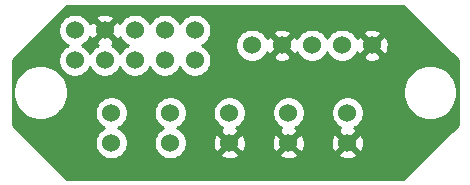
<source format=gbr>
%TF.GenerationSoftware,KiCad,Pcbnew,(5.1.6)-1*%
%TF.CreationDate,2023-02-05T19:48:36+01:00*%
%TF.ProjectId,Hotend_board,486f7465-6e64-45f6-926f-6172642e6b69,rev?*%
%TF.SameCoordinates,Original*%
%TF.FileFunction,Copper,L2,Bot*%
%TF.FilePolarity,Positive*%
%FSLAX46Y46*%
G04 Gerber Fmt 4.6, Leading zero omitted, Abs format (unit mm)*
G04 Created by KiCad (PCBNEW (5.1.6)-1) date 2023-02-05 19:48:36*
%MOMM*%
%LPD*%
G01*
G04 APERTURE LIST*
%TA.AperFunction,ComponentPad*%
%ADD10C,1.524000*%
%TD*%
%TA.AperFunction,Conductor*%
%ADD11C,0.254000*%
%TD*%
G04 APERTURE END LIST*
D10*
%TO.P,NTC,1*%
%TO.N,/NTC1*%
X110000000Y-118730000D03*
%TO.P,NTC,2*%
%TO.N,/NTC2*%
X110000000Y-121270000D03*
%TD*%
%TO.P,BLtouch,5*%
%TO.N,GND*%
X132080000Y-113000000D03*
%TO.P,BLtouch,4*%
%TO.N,+5V*%
X129540000Y-113000000D03*
%TO.P,BLtouch,3*%
%TO.N,/Servo*%
X127000000Y-113000000D03*
%TO.P,BLtouch,1*%
%TO.N,/Z-*%
X121920000Y-113000000D03*
%TO.P,BLtouch,2*%
%TO.N,GND*%
X124460000Y-113000000D03*
%TD*%
%TO.P,FAN,1*%
%TO.N,/HE_fan*%
X130000000Y-118730000D03*
%TO.P,FAN,2*%
%TO.N,GND*%
X130000000Y-121270000D03*
%TD*%
%TO.P,CNC,1*%
%TO.N,/CNC_fan*%
X120000000Y-118730000D03*
%TO.P,CNC,2*%
%TO.N,GND*%
X120000000Y-121270000D03*
%TD*%
%TO.P,CNC,1*%
%TO.N,/CNC_fan*%
X125000000Y-118730000D03*
%TO.P,CNC,2*%
%TO.N,GND*%
X125000000Y-121270000D03*
%TD*%
%TO.P,HE,1*%
%TO.N,/H1*%
X115000000Y-118730000D03*
%TO.P,HE,2*%
%TO.N,/H2*%
X115000000Y-121270000D03*
%TD*%
%TO.P,Connector,10*%
%TO.N,/Z-*%
X117080000Y-111730000D03*
%TO.P,Connector,9*%
%TO.N,/HE_fan*%
X117080000Y-114270000D03*
%TO.P,Connector,8*%
%TO.N,/Servo*%
X114540000Y-111730000D03*
%TO.P,Connector,7*%
%TO.N,/CNC_fan*%
X114540000Y-114270000D03*
%TO.P,Connector,6*%
%TO.N,+5V*%
X112000000Y-111730000D03*
%TO.P,Connector,5*%
%TO.N,/H1*%
X112000000Y-114270000D03*
%TO.P,Connector,4*%
%TO.N,GND*%
X109460000Y-111730000D03*
%TO.P,Connector,3*%
%TO.N,/H2*%
X109460000Y-114270000D03*
%TO.P,Connector,2*%
%TO.N,/NTC2*%
X106920000Y-111730000D03*
%TO.P,Connector,1*%
%TO.N,/NTC1*%
X106920000Y-114270000D03*
%TD*%
D11*
%TO.N,GND*%
G36*
X139340000Y-114273381D02*
G01*
X139340001Y-119726618D01*
X134726620Y-124340000D01*
X106273381Y-124340000D01*
X101660000Y-119726620D01*
X101660000Y-116771620D01*
X101681220Y-116771620D01*
X101681220Y-117228380D01*
X101770329Y-117676363D01*
X101945123Y-118098354D01*
X102198886Y-118478136D01*
X102521864Y-118801114D01*
X102901646Y-119054877D01*
X103323637Y-119229671D01*
X103771620Y-119318780D01*
X104228380Y-119318780D01*
X104676363Y-119229671D01*
X105098354Y-119054877D01*
X105478136Y-118801114D01*
X105686842Y-118592408D01*
X108603000Y-118592408D01*
X108603000Y-118867592D01*
X108656686Y-119137490D01*
X108761995Y-119391727D01*
X108914880Y-119620535D01*
X109109465Y-119815120D01*
X109338273Y-119968005D01*
X109415515Y-120000000D01*
X109338273Y-120031995D01*
X109109465Y-120184880D01*
X108914880Y-120379465D01*
X108761995Y-120608273D01*
X108656686Y-120862510D01*
X108603000Y-121132408D01*
X108603000Y-121407592D01*
X108656686Y-121677490D01*
X108761995Y-121931727D01*
X108914880Y-122160535D01*
X109109465Y-122355120D01*
X109338273Y-122508005D01*
X109592510Y-122613314D01*
X109862408Y-122667000D01*
X110137592Y-122667000D01*
X110407490Y-122613314D01*
X110661727Y-122508005D01*
X110890535Y-122355120D01*
X111085120Y-122160535D01*
X111238005Y-121931727D01*
X111343314Y-121677490D01*
X111397000Y-121407592D01*
X111397000Y-121132408D01*
X111343314Y-120862510D01*
X111238005Y-120608273D01*
X111085120Y-120379465D01*
X110890535Y-120184880D01*
X110661727Y-120031995D01*
X110584485Y-120000000D01*
X110661727Y-119968005D01*
X110890535Y-119815120D01*
X111085120Y-119620535D01*
X111238005Y-119391727D01*
X111343314Y-119137490D01*
X111397000Y-118867592D01*
X111397000Y-118592408D01*
X113603000Y-118592408D01*
X113603000Y-118867592D01*
X113656686Y-119137490D01*
X113761995Y-119391727D01*
X113914880Y-119620535D01*
X114109465Y-119815120D01*
X114338273Y-119968005D01*
X114415515Y-120000000D01*
X114338273Y-120031995D01*
X114109465Y-120184880D01*
X113914880Y-120379465D01*
X113761995Y-120608273D01*
X113656686Y-120862510D01*
X113603000Y-121132408D01*
X113603000Y-121407592D01*
X113656686Y-121677490D01*
X113761995Y-121931727D01*
X113914880Y-122160535D01*
X114109465Y-122355120D01*
X114338273Y-122508005D01*
X114592510Y-122613314D01*
X114862408Y-122667000D01*
X115137592Y-122667000D01*
X115407490Y-122613314D01*
X115661727Y-122508005D01*
X115890535Y-122355120D01*
X116010090Y-122235565D01*
X119214040Y-122235565D01*
X119281020Y-122475656D01*
X119530048Y-122592756D01*
X119797135Y-122659023D01*
X120072017Y-122671910D01*
X120344133Y-122630922D01*
X120603023Y-122537636D01*
X120718980Y-122475656D01*
X120785960Y-122235565D01*
X124214040Y-122235565D01*
X124281020Y-122475656D01*
X124530048Y-122592756D01*
X124797135Y-122659023D01*
X125072017Y-122671910D01*
X125344133Y-122630922D01*
X125603023Y-122537636D01*
X125718980Y-122475656D01*
X125785960Y-122235565D01*
X129214040Y-122235565D01*
X129281020Y-122475656D01*
X129530048Y-122592756D01*
X129797135Y-122659023D01*
X130072017Y-122671910D01*
X130344133Y-122630922D01*
X130603023Y-122537636D01*
X130718980Y-122475656D01*
X130785960Y-122235565D01*
X130000000Y-121449605D01*
X129214040Y-122235565D01*
X125785960Y-122235565D01*
X125000000Y-121449605D01*
X124214040Y-122235565D01*
X120785960Y-122235565D01*
X120000000Y-121449605D01*
X119214040Y-122235565D01*
X116010090Y-122235565D01*
X116085120Y-122160535D01*
X116238005Y-121931727D01*
X116343314Y-121677490D01*
X116397000Y-121407592D01*
X116397000Y-121342017D01*
X118598090Y-121342017D01*
X118639078Y-121614133D01*
X118732364Y-121873023D01*
X118794344Y-121988980D01*
X119034435Y-122055960D01*
X119820395Y-121270000D01*
X120179605Y-121270000D01*
X120965565Y-122055960D01*
X121205656Y-121988980D01*
X121322756Y-121739952D01*
X121389023Y-121472865D01*
X121395157Y-121342017D01*
X123598090Y-121342017D01*
X123639078Y-121614133D01*
X123732364Y-121873023D01*
X123794344Y-121988980D01*
X124034435Y-122055960D01*
X124820395Y-121270000D01*
X125179605Y-121270000D01*
X125965565Y-122055960D01*
X126205656Y-121988980D01*
X126322756Y-121739952D01*
X126389023Y-121472865D01*
X126395157Y-121342017D01*
X128598090Y-121342017D01*
X128639078Y-121614133D01*
X128732364Y-121873023D01*
X128794344Y-121988980D01*
X129034435Y-122055960D01*
X129820395Y-121270000D01*
X130179605Y-121270000D01*
X130965565Y-122055960D01*
X131205656Y-121988980D01*
X131322756Y-121739952D01*
X131389023Y-121472865D01*
X131401910Y-121197983D01*
X131360922Y-120925867D01*
X131267636Y-120666977D01*
X131205656Y-120551020D01*
X130965565Y-120484040D01*
X130179605Y-121270000D01*
X129820395Y-121270000D01*
X129034435Y-120484040D01*
X128794344Y-120551020D01*
X128677244Y-120800048D01*
X128610977Y-121067135D01*
X128598090Y-121342017D01*
X126395157Y-121342017D01*
X126401910Y-121197983D01*
X126360922Y-120925867D01*
X126267636Y-120666977D01*
X126205656Y-120551020D01*
X125965565Y-120484040D01*
X125179605Y-121270000D01*
X124820395Y-121270000D01*
X124034435Y-120484040D01*
X123794344Y-120551020D01*
X123677244Y-120800048D01*
X123610977Y-121067135D01*
X123598090Y-121342017D01*
X121395157Y-121342017D01*
X121401910Y-121197983D01*
X121360922Y-120925867D01*
X121267636Y-120666977D01*
X121205656Y-120551020D01*
X120965565Y-120484040D01*
X120179605Y-121270000D01*
X119820395Y-121270000D01*
X119034435Y-120484040D01*
X118794344Y-120551020D01*
X118677244Y-120800048D01*
X118610977Y-121067135D01*
X118598090Y-121342017D01*
X116397000Y-121342017D01*
X116397000Y-121132408D01*
X116343314Y-120862510D01*
X116238005Y-120608273D01*
X116085120Y-120379465D01*
X115890535Y-120184880D01*
X115661727Y-120031995D01*
X115584485Y-120000000D01*
X115661727Y-119968005D01*
X115890535Y-119815120D01*
X116085120Y-119620535D01*
X116238005Y-119391727D01*
X116343314Y-119137490D01*
X116397000Y-118867592D01*
X116397000Y-118592408D01*
X118603000Y-118592408D01*
X118603000Y-118867592D01*
X118656686Y-119137490D01*
X118761995Y-119391727D01*
X118914880Y-119620535D01*
X119109465Y-119815120D01*
X119338273Y-119968005D01*
X119409943Y-119997692D01*
X119396977Y-120002364D01*
X119281020Y-120064344D01*
X119214040Y-120304435D01*
X120000000Y-121090395D01*
X120785960Y-120304435D01*
X120718980Y-120064344D01*
X120583240Y-120000515D01*
X120661727Y-119968005D01*
X120890535Y-119815120D01*
X121085120Y-119620535D01*
X121238005Y-119391727D01*
X121343314Y-119137490D01*
X121397000Y-118867592D01*
X121397000Y-118592408D01*
X123603000Y-118592408D01*
X123603000Y-118867592D01*
X123656686Y-119137490D01*
X123761995Y-119391727D01*
X123914880Y-119620535D01*
X124109465Y-119815120D01*
X124338273Y-119968005D01*
X124409943Y-119997692D01*
X124396977Y-120002364D01*
X124281020Y-120064344D01*
X124214040Y-120304435D01*
X125000000Y-121090395D01*
X125785960Y-120304435D01*
X125718980Y-120064344D01*
X125583240Y-120000515D01*
X125661727Y-119968005D01*
X125890535Y-119815120D01*
X126085120Y-119620535D01*
X126238005Y-119391727D01*
X126343314Y-119137490D01*
X126397000Y-118867592D01*
X126397000Y-118592408D01*
X128603000Y-118592408D01*
X128603000Y-118867592D01*
X128656686Y-119137490D01*
X128761995Y-119391727D01*
X128914880Y-119620535D01*
X129109465Y-119815120D01*
X129338273Y-119968005D01*
X129409943Y-119997692D01*
X129396977Y-120002364D01*
X129281020Y-120064344D01*
X129214040Y-120304435D01*
X130000000Y-121090395D01*
X130785960Y-120304435D01*
X130718980Y-120064344D01*
X130583240Y-120000515D01*
X130661727Y-119968005D01*
X130890535Y-119815120D01*
X131085120Y-119620535D01*
X131238005Y-119391727D01*
X131343314Y-119137490D01*
X131397000Y-118867592D01*
X131397000Y-118592408D01*
X131343314Y-118322510D01*
X131238005Y-118068273D01*
X131085120Y-117839465D01*
X130890535Y-117644880D01*
X130661727Y-117491995D01*
X130407490Y-117386686D01*
X130137592Y-117333000D01*
X129862408Y-117333000D01*
X129592510Y-117386686D01*
X129338273Y-117491995D01*
X129109465Y-117644880D01*
X128914880Y-117839465D01*
X128761995Y-118068273D01*
X128656686Y-118322510D01*
X128603000Y-118592408D01*
X126397000Y-118592408D01*
X126343314Y-118322510D01*
X126238005Y-118068273D01*
X126085120Y-117839465D01*
X125890535Y-117644880D01*
X125661727Y-117491995D01*
X125407490Y-117386686D01*
X125137592Y-117333000D01*
X124862408Y-117333000D01*
X124592510Y-117386686D01*
X124338273Y-117491995D01*
X124109465Y-117644880D01*
X123914880Y-117839465D01*
X123761995Y-118068273D01*
X123656686Y-118322510D01*
X123603000Y-118592408D01*
X121397000Y-118592408D01*
X121343314Y-118322510D01*
X121238005Y-118068273D01*
X121085120Y-117839465D01*
X120890535Y-117644880D01*
X120661727Y-117491995D01*
X120407490Y-117386686D01*
X120137592Y-117333000D01*
X119862408Y-117333000D01*
X119592510Y-117386686D01*
X119338273Y-117491995D01*
X119109465Y-117644880D01*
X118914880Y-117839465D01*
X118761995Y-118068273D01*
X118656686Y-118322510D01*
X118603000Y-118592408D01*
X116397000Y-118592408D01*
X116343314Y-118322510D01*
X116238005Y-118068273D01*
X116085120Y-117839465D01*
X115890535Y-117644880D01*
X115661727Y-117491995D01*
X115407490Y-117386686D01*
X115137592Y-117333000D01*
X114862408Y-117333000D01*
X114592510Y-117386686D01*
X114338273Y-117491995D01*
X114109465Y-117644880D01*
X113914880Y-117839465D01*
X113761995Y-118068273D01*
X113656686Y-118322510D01*
X113603000Y-118592408D01*
X111397000Y-118592408D01*
X111343314Y-118322510D01*
X111238005Y-118068273D01*
X111085120Y-117839465D01*
X110890535Y-117644880D01*
X110661727Y-117491995D01*
X110407490Y-117386686D01*
X110137592Y-117333000D01*
X109862408Y-117333000D01*
X109592510Y-117386686D01*
X109338273Y-117491995D01*
X109109465Y-117644880D01*
X108914880Y-117839465D01*
X108761995Y-118068273D01*
X108656686Y-118322510D01*
X108603000Y-118592408D01*
X105686842Y-118592408D01*
X105801114Y-118478136D01*
X106054877Y-118098354D01*
X106229671Y-117676363D01*
X106318780Y-117228380D01*
X106318780Y-116771620D01*
X134681220Y-116771620D01*
X134681220Y-117228380D01*
X134770329Y-117676363D01*
X134945123Y-118098354D01*
X135198886Y-118478136D01*
X135521864Y-118801114D01*
X135901646Y-119054877D01*
X136323637Y-119229671D01*
X136771620Y-119318780D01*
X137228380Y-119318780D01*
X137676363Y-119229671D01*
X138098354Y-119054877D01*
X138478136Y-118801114D01*
X138801114Y-118478136D01*
X139054877Y-118098354D01*
X139229671Y-117676363D01*
X139318780Y-117228380D01*
X139318780Y-116771620D01*
X139229671Y-116323637D01*
X139054877Y-115901646D01*
X138801114Y-115521864D01*
X138478136Y-115198886D01*
X138098354Y-114945123D01*
X137676363Y-114770329D01*
X137228380Y-114681220D01*
X136771620Y-114681220D01*
X136323637Y-114770329D01*
X135901646Y-114945123D01*
X135521864Y-115198886D01*
X135198886Y-115521864D01*
X134945123Y-115901646D01*
X134770329Y-116323637D01*
X134681220Y-116771620D01*
X106318780Y-116771620D01*
X106229671Y-116323637D01*
X106054877Y-115901646D01*
X105801114Y-115521864D01*
X105478136Y-115198886D01*
X105098354Y-114945123D01*
X104676363Y-114770329D01*
X104228380Y-114681220D01*
X103771620Y-114681220D01*
X103323637Y-114770329D01*
X102901646Y-114945123D01*
X102521864Y-115198886D01*
X102198886Y-115521864D01*
X101945123Y-115901646D01*
X101770329Y-116323637D01*
X101681220Y-116771620D01*
X101660000Y-116771620D01*
X101660000Y-114273380D01*
X104340972Y-111592408D01*
X105523000Y-111592408D01*
X105523000Y-111867592D01*
X105576686Y-112137490D01*
X105681995Y-112391727D01*
X105834880Y-112620535D01*
X106029465Y-112815120D01*
X106258273Y-112968005D01*
X106335515Y-113000000D01*
X106258273Y-113031995D01*
X106029465Y-113184880D01*
X105834880Y-113379465D01*
X105681995Y-113608273D01*
X105576686Y-113862510D01*
X105523000Y-114132408D01*
X105523000Y-114407592D01*
X105576686Y-114677490D01*
X105681995Y-114931727D01*
X105834880Y-115160535D01*
X106029465Y-115355120D01*
X106258273Y-115508005D01*
X106512510Y-115613314D01*
X106782408Y-115667000D01*
X107057592Y-115667000D01*
X107327490Y-115613314D01*
X107581727Y-115508005D01*
X107810535Y-115355120D01*
X108005120Y-115160535D01*
X108158005Y-114931727D01*
X108190000Y-114854485D01*
X108221995Y-114931727D01*
X108374880Y-115160535D01*
X108569465Y-115355120D01*
X108798273Y-115508005D01*
X109052510Y-115613314D01*
X109322408Y-115667000D01*
X109597592Y-115667000D01*
X109867490Y-115613314D01*
X110121727Y-115508005D01*
X110350535Y-115355120D01*
X110545120Y-115160535D01*
X110698005Y-114931727D01*
X110730000Y-114854485D01*
X110761995Y-114931727D01*
X110914880Y-115160535D01*
X111109465Y-115355120D01*
X111338273Y-115508005D01*
X111592510Y-115613314D01*
X111862408Y-115667000D01*
X112137592Y-115667000D01*
X112407490Y-115613314D01*
X112661727Y-115508005D01*
X112890535Y-115355120D01*
X113085120Y-115160535D01*
X113238005Y-114931727D01*
X113270000Y-114854485D01*
X113301995Y-114931727D01*
X113454880Y-115160535D01*
X113649465Y-115355120D01*
X113878273Y-115508005D01*
X114132510Y-115613314D01*
X114402408Y-115667000D01*
X114677592Y-115667000D01*
X114947490Y-115613314D01*
X115201727Y-115508005D01*
X115430535Y-115355120D01*
X115625120Y-115160535D01*
X115778005Y-114931727D01*
X115810000Y-114854485D01*
X115841995Y-114931727D01*
X115994880Y-115160535D01*
X116189465Y-115355120D01*
X116418273Y-115508005D01*
X116672510Y-115613314D01*
X116942408Y-115667000D01*
X117217592Y-115667000D01*
X117487490Y-115613314D01*
X117741727Y-115508005D01*
X117970535Y-115355120D01*
X118165120Y-115160535D01*
X118318005Y-114931727D01*
X118423314Y-114677490D01*
X118477000Y-114407592D01*
X118477000Y-114132408D01*
X118423314Y-113862510D01*
X118318005Y-113608273D01*
X118165120Y-113379465D01*
X117970535Y-113184880D01*
X117741727Y-113031995D01*
X117664485Y-113000000D01*
X117741727Y-112968005D01*
X117899763Y-112862408D01*
X120523000Y-112862408D01*
X120523000Y-113137592D01*
X120576686Y-113407490D01*
X120681995Y-113661727D01*
X120834880Y-113890535D01*
X121029465Y-114085120D01*
X121258273Y-114238005D01*
X121512510Y-114343314D01*
X121782408Y-114397000D01*
X122057592Y-114397000D01*
X122327490Y-114343314D01*
X122581727Y-114238005D01*
X122810535Y-114085120D01*
X122930090Y-113965565D01*
X123674040Y-113965565D01*
X123741020Y-114205656D01*
X123990048Y-114322756D01*
X124257135Y-114389023D01*
X124532017Y-114401910D01*
X124804133Y-114360922D01*
X125063023Y-114267636D01*
X125178980Y-114205656D01*
X125245960Y-113965565D01*
X124460000Y-113179605D01*
X123674040Y-113965565D01*
X122930090Y-113965565D01*
X123005120Y-113890535D01*
X123158005Y-113661727D01*
X123187692Y-113590057D01*
X123192364Y-113603023D01*
X123254344Y-113718980D01*
X123494435Y-113785960D01*
X124280395Y-113000000D01*
X124639605Y-113000000D01*
X125425565Y-113785960D01*
X125665656Y-113718980D01*
X125729485Y-113583240D01*
X125761995Y-113661727D01*
X125914880Y-113890535D01*
X126109465Y-114085120D01*
X126338273Y-114238005D01*
X126592510Y-114343314D01*
X126862408Y-114397000D01*
X127137592Y-114397000D01*
X127407490Y-114343314D01*
X127661727Y-114238005D01*
X127890535Y-114085120D01*
X128085120Y-113890535D01*
X128238005Y-113661727D01*
X128270000Y-113584485D01*
X128301995Y-113661727D01*
X128454880Y-113890535D01*
X128649465Y-114085120D01*
X128878273Y-114238005D01*
X129132510Y-114343314D01*
X129402408Y-114397000D01*
X129677592Y-114397000D01*
X129947490Y-114343314D01*
X130201727Y-114238005D01*
X130430535Y-114085120D01*
X130550090Y-113965565D01*
X131294040Y-113965565D01*
X131361020Y-114205656D01*
X131610048Y-114322756D01*
X131877135Y-114389023D01*
X132152017Y-114401910D01*
X132424133Y-114360922D01*
X132683023Y-114267636D01*
X132798980Y-114205656D01*
X132865960Y-113965565D01*
X132080000Y-113179605D01*
X131294040Y-113965565D01*
X130550090Y-113965565D01*
X130625120Y-113890535D01*
X130778005Y-113661727D01*
X130807692Y-113590057D01*
X130812364Y-113603023D01*
X130874344Y-113718980D01*
X131114435Y-113785960D01*
X131900395Y-113000000D01*
X132259605Y-113000000D01*
X133045565Y-113785960D01*
X133285656Y-113718980D01*
X133402756Y-113469952D01*
X133469023Y-113202865D01*
X133481910Y-112927983D01*
X133440922Y-112655867D01*
X133347636Y-112396977D01*
X133285656Y-112281020D01*
X133045565Y-112214040D01*
X132259605Y-113000000D01*
X131900395Y-113000000D01*
X131114435Y-112214040D01*
X130874344Y-112281020D01*
X130810515Y-112416760D01*
X130778005Y-112338273D01*
X130625120Y-112109465D01*
X130550090Y-112034435D01*
X131294040Y-112034435D01*
X132080000Y-112820395D01*
X132865960Y-112034435D01*
X132798980Y-111794344D01*
X132549952Y-111677244D01*
X132282865Y-111610977D01*
X132007983Y-111598090D01*
X131735867Y-111639078D01*
X131476977Y-111732364D01*
X131361020Y-111794344D01*
X131294040Y-112034435D01*
X130550090Y-112034435D01*
X130430535Y-111914880D01*
X130201727Y-111761995D01*
X129947490Y-111656686D01*
X129677592Y-111603000D01*
X129402408Y-111603000D01*
X129132510Y-111656686D01*
X128878273Y-111761995D01*
X128649465Y-111914880D01*
X128454880Y-112109465D01*
X128301995Y-112338273D01*
X128270000Y-112415515D01*
X128238005Y-112338273D01*
X128085120Y-112109465D01*
X127890535Y-111914880D01*
X127661727Y-111761995D01*
X127407490Y-111656686D01*
X127137592Y-111603000D01*
X126862408Y-111603000D01*
X126592510Y-111656686D01*
X126338273Y-111761995D01*
X126109465Y-111914880D01*
X125914880Y-112109465D01*
X125761995Y-112338273D01*
X125732308Y-112409943D01*
X125727636Y-112396977D01*
X125665656Y-112281020D01*
X125425565Y-112214040D01*
X124639605Y-113000000D01*
X124280395Y-113000000D01*
X123494435Y-112214040D01*
X123254344Y-112281020D01*
X123190515Y-112416760D01*
X123158005Y-112338273D01*
X123005120Y-112109465D01*
X122930090Y-112034435D01*
X123674040Y-112034435D01*
X124460000Y-112820395D01*
X125245960Y-112034435D01*
X125178980Y-111794344D01*
X124929952Y-111677244D01*
X124662865Y-111610977D01*
X124387983Y-111598090D01*
X124115867Y-111639078D01*
X123856977Y-111732364D01*
X123741020Y-111794344D01*
X123674040Y-112034435D01*
X122930090Y-112034435D01*
X122810535Y-111914880D01*
X122581727Y-111761995D01*
X122327490Y-111656686D01*
X122057592Y-111603000D01*
X121782408Y-111603000D01*
X121512510Y-111656686D01*
X121258273Y-111761995D01*
X121029465Y-111914880D01*
X120834880Y-112109465D01*
X120681995Y-112338273D01*
X120576686Y-112592510D01*
X120523000Y-112862408D01*
X117899763Y-112862408D01*
X117970535Y-112815120D01*
X118165120Y-112620535D01*
X118318005Y-112391727D01*
X118423314Y-112137490D01*
X118477000Y-111867592D01*
X118477000Y-111592408D01*
X118423314Y-111322510D01*
X118318005Y-111068273D01*
X118165120Y-110839465D01*
X117970535Y-110644880D01*
X117741727Y-110491995D01*
X117487490Y-110386686D01*
X117217592Y-110333000D01*
X116942408Y-110333000D01*
X116672510Y-110386686D01*
X116418273Y-110491995D01*
X116189465Y-110644880D01*
X115994880Y-110839465D01*
X115841995Y-111068273D01*
X115810000Y-111145515D01*
X115778005Y-111068273D01*
X115625120Y-110839465D01*
X115430535Y-110644880D01*
X115201727Y-110491995D01*
X114947490Y-110386686D01*
X114677592Y-110333000D01*
X114402408Y-110333000D01*
X114132510Y-110386686D01*
X113878273Y-110491995D01*
X113649465Y-110644880D01*
X113454880Y-110839465D01*
X113301995Y-111068273D01*
X113270000Y-111145515D01*
X113238005Y-111068273D01*
X113085120Y-110839465D01*
X112890535Y-110644880D01*
X112661727Y-110491995D01*
X112407490Y-110386686D01*
X112137592Y-110333000D01*
X111862408Y-110333000D01*
X111592510Y-110386686D01*
X111338273Y-110491995D01*
X111109465Y-110644880D01*
X110914880Y-110839465D01*
X110761995Y-111068273D01*
X110732308Y-111139943D01*
X110727636Y-111126977D01*
X110665656Y-111011020D01*
X110425565Y-110944040D01*
X109639605Y-111730000D01*
X110425565Y-112515960D01*
X110665656Y-112448980D01*
X110729485Y-112313240D01*
X110761995Y-112391727D01*
X110914880Y-112620535D01*
X111109465Y-112815120D01*
X111338273Y-112968005D01*
X111415515Y-113000000D01*
X111338273Y-113031995D01*
X111109465Y-113184880D01*
X110914880Y-113379465D01*
X110761995Y-113608273D01*
X110730000Y-113685515D01*
X110698005Y-113608273D01*
X110545120Y-113379465D01*
X110350535Y-113184880D01*
X110121727Y-113031995D01*
X110050057Y-113002308D01*
X110063023Y-112997636D01*
X110178980Y-112935656D01*
X110245960Y-112695565D01*
X109460000Y-111909605D01*
X108674040Y-112695565D01*
X108741020Y-112935656D01*
X108876760Y-112999485D01*
X108798273Y-113031995D01*
X108569465Y-113184880D01*
X108374880Y-113379465D01*
X108221995Y-113608273D01*
X108190000Y-113685515D01*
X108158005Y-113608273D01*
X108005120Y-113379465D01*
X107810535Y-113184880D01*
X107581727Y-113031995D01*
X107504485Y-113000000D01*
X107581727Y-112968005D01*
X107810535Y-112815120D01*
X108005120Y-112620535D01*
X108158005Y-112391727D01*
X108187692Y-112320057D01*
X108192364Y-112333023D01*
X108254344Y-112448980D01*
X108494435Y-112515960D01*
X109280395Y-111730000D01*
X108494435Y-110944040D01*
X108254344Y-111011020D01*
X108190515Y-111146760D01*
X108158005Y-111068273D01*
X108005120Y-110839465D01*
X107930090Y-110764435D01*
X108674040Y-110764435D01*
X109460000Y-111550395D01*
X110245960Y-110764435D01*
X110178980Y-110524344D01*
X109929952Y-110407244D01*
X109662865Y-110340977D01*
X109387983Y-110328090D01*
X109115867Y-110369078D01*
X108856977Y-110462364D01*
X108741020Y-110524344D01*
X108674040Y-110764435D01*
X107930090Y-110764435D01*
X107810535Y-110644880D01*
X107581727Y-110491995D01*
X107327490Y-110386686D01*
X107057592Y-110333000D01*
X106782408Y-110333000D01*
X106512510Y-110386686D01*
X106258273Y-110491995D01*
X106029465Y-110644880D01*
X105834880Y-110839465D01*
X105681995Y-111068273D01*
X105576686Y-111322510D01*
X105523000Y-111592408D01*
X104340972Y-111592408D01*
X106273381Y-109660000D01*
X134726620Y-109660000D01*
X139340000Y-114273381D01*
G37*
X139340000Y-114273381D02*
X139340001Y-119726618D01*
X134726620Y-124340000D01*
X106273381Y-124340000D01*
X101660000Y-119726620D01*
X101660000Y-116771620D01*
X101681220Y-116771620D01*
X101681220Y-117228380D01*
X101770329Y-117676363D01*
X101945123Y-118098354D01*
X102198886Y-118478136D01*
X102521864Y-118801114D01*
X102901646Y-119054877D01*
X103323637Y-119229671D01*
X103771620Y-119318780D01*
X104228380Y-119318780D01*
X104676363Y-119229671D01*
X105098354Y-119054877D01*
X105478136Y-118801114D01*
X105686842Y-118592408D01*
X108603000Y-118592408D01*
X108603000Y-118867592D01*
X108656686Y-119137490D01*
X108761995Y-119391727D01*
X108914880Y-119620535D01*
X109109465Y-119815120D01*
X109338273Y-119968005D01*
X109415515Y-120000000D01*
X109338273Y-120031995D01*
X109109465Y-120184880D01*
X108914880Y-120379465D01*
X108761995Y-120608273D01*
X108656686Y-120862510D01*
X108603000Y-121132408D01*
X108603000Y-121407592D01*
X108656686Y-121677490D01*
X108761995Y-121931727D01*
X108914880Y-122160535D01*
X109109465Y-122355120D01*
X109338273Y-122508005D01*
X109592510Y-122613314D01*
X109862408Y-122667000D01*
X110137592Y-122667000D01*
X110407490Y-122613314D01*
X110661727Y-122508005D01*
X110890535Y-122355120D01*
X111085120Y-122160535D01*
X111238005Y-121931727D01*
X111343314Y-121677490D01*
X111397000Y-121407592D01*
X111397000Y-121132408D01*
X111343314Y-120862510D01*
X111238005Y-120608273D01*
X111085120Y-120379465D01*
X110890535Y-120184880D01*
X110661727Y-120031995D01*
X110584485Y-120000000D01*
X110661727Y-119968005D01*
X110890535Y-119815120D01*
X111085120Y-119620535D01*
X111238005Y-119391727D01*
X111343314Y-119137490D01*
X111397000Y-118867592D01*
X111397000Y-118592408D01*
X113603000Y-118592408D01*
X113603000Y-118867592D01*
X113656686Y-119137490D01*
X113761995Y-119391727D01*
X113914880Y-119620535D01*
X114109465Y-119815120D01*
X114338273Y-119968005D01*
X114415515Y-120000000D01*
X114338273Y-120031995D01*
X114109465Y-120184880D01*
X113914880Y-120379465D01*
X113761995Y-120608273D01*
X113656686Y-120862510D01*
X113603000Y-121132408D01*
X113603000Y-121407592D01*
X113656686Y-121677490D01*
X113761995Y-121931727D01*
X113914880Y-122160535D01*
X114109465Y-122355120D01*
X114338273Y-122508005D01*
X114592510Y-122613314D01*
X114862408Y-122667000D01*
X115137592Y-122667000D01*
X115407490Y-122613314D01*
X115661727Y-122508005D01*
X115890535Y-122355120D01*
X116010090Y-122235565D01*
X119214040Y-122235565D01*
X119281020Y-122475656D01*
X119530048Y-122592756D01*
X119797135Y-122659023D01*
X120072017Y-122671910D01*
X120344133Y-122630922D01*
X120603023Y-122537636D01*
X120718980Y-122475656D01*
X120785960Y-122235565D01*
X124214040Y-122235565D01*
X124281020Y-122475656D01*
X124530048Y-122592756D01*
X124797135Y-122659023D01*
X125072017Y-122671910D01*
X125344133Y-122630922D01*
X125603023Y-122537636D01*
X125718980Y-122475656D01*
X125785960Y-122235565D01*
X129214040Y-122235565D01*
X129281020Y-122475656D01*
X129530048Y-122592756D01*
X129797135Y-122659023D01*
X130072017Y-122671910D01*
X130344133Y-122630922D01*
X130603023Y-122537636D01*
X130718980Y-122475656D01*
X130785960Y-122235565D01*
X130000000Y-121449605D01*
X129214040Y-122235565D01*
X125785960Y-122235565D01*
X125000000Y-121449605D01*
X124214040Y-122235565D01*
X120785960Y-122235565D01*
X120000000Y-121449605D01*
X119214040Y-122235565D01*
X116010090Y-122235565D01*
X116085120Y-122160535D01*
X116238005Y-121931727D01*
X116343314Y-121677490D01*
X116397000Y-121407592D01*
X116397000Y-121342017D01*
X118598090Y-121342017D01*
X118639078Y-121614133D01*
X118732364Y-121873023D01*
X118794344Y-121988980D01*
X119034435Y-122055960D01*
X119820395Y-121270000D01*
X120179605Y-121270000D01*
X120965565Y-122055960D01*
X121205656Y-121988980D01*
X121322756Y-121739952D01*
X121389023Y-121472865D01*
X121395157Y-121342017D01*
X123598090Y-121342017D01*
X123639078Y-121614133D01*
X123732364Y-121873023D01*
X123794344Y-121988980D01*
X124034435Y-122055960D01*
X124820395Y-121270000D01*
X125179605Y-121270000D01*
X125965565Y-122055960D01*
X126205656Y-121988980D01*
X126322756Y-121739952D01*
X126389023Y-121472865D01*
X126395157Y-121342017D01*
X128598090Y-121342017D01*
X128639078Y-121614133D01*
X128732364Y-121873023D01*
X128794344Y-121988980D01*
X129034435Y-122055960D01*
X129820395Y-121270000D01*
X130179605Y-121270000D01*
X130965565Y-122055960D01*
X131205656Y-121988980D01*
X131322756Y-121739952D01*
X131389023Y-121472865D01*
X131401910Y-121197983D01*
X131360922Y-120925867D01*
X131267636Y-120666977D01*
X131205656Y-120551020D01*
X130965565Y-120484040D01*
X130179605Y-121270000D01*
X129820395Y-121270000D01*
X129034435Y-120484040D01*
X128794344Y-120551020D01*
X128677244Y-120800048D01*
X128610977Y-121067135D01*
X128598090Y-121342017D01*
X126395157Y-121342017D01*
X126401910Y-121197983D01*
X126360922Y-120925867D01*
X126267636Y-120666977D01*
X126205656Y-120551020D01*
X125965565Y-120484040D01*
X125179605Y-121270000D01*
X124820395Y-121270000D01*
X124034435Y-120484040D01*
X123794344Y-120551020D01*
X123677244Y-120800048D01*
X123610977Y-121067135D01*
X123598090Y-121342017D01*
X121395157Y-121342017D01*
X121401910Y-121197983D01*
X121360922Y-120925867D01*
X121267636Y-120666977D01*
X121205656Y-120551020D01*
X120965565Y-120484040D01*
X120179605Y-121270000D01*
X119820395Y-121270000D01*
X119034435Y-120484040D01*
X118794344Y-120551020D01*
X118677244Y-120800048D01*
X118610977Y-121067135D01*
X118598090Y-121342017D01*
X116397000Y-121342017D01*
X116397000Y-121132408D01*
X116343314Y-120862510D01*
X116238005Y-120608273D01*
X116085120Y-120379465D01*
X115890535Y-120184880D01*
X115661727Y-120031995D01*
X115584485Y-120000000D01*
X115661727Y-119968005D01*
X115890535Y-119815120D01*
X116085120Y-119620535D01*
X116238005Y-119391727D01*
X116343314Y-119137490D01*
X116397000Y-118867592D01*
X116397000Y-118592408D01*
X118603000Y-118592408D01*
X118603000Y-118867592D01*
X118656686Y-119137490D01*
X118761995Y-119391727D01*
X118914880Y-119620535D01*
X119109465Y-119815120D01*
X119338273Y-119968005D01*
X119409943Y-119997692D01*
X119396977Y-120002364D01*
X119281020Y-120064344D01*
X119214040Y-120304435D01*
X120000000Y-121090395D01*
X120785960Y-120304435D01*
X120718980Y-120064344D01*
X120583240Y-120000515D01*
X120661727Y-119968005D01*
X120890535Y-119815120D01*
X121085120Y-119620535D01*
X121238005Y-119391727D01*
X121343314Y-119137490D01*
X121397000Y-118867592D01*
X121397000Y-118592408D01*
X123603000Y-118592408D01*
X123603000Y-118867592D01*
X123656686Y-119137490D01*
X123761995Y-119391727D01*
X123914880Y-119620535D01*
X124109465Y-119815120D01*
X124338273Y-119968005D01*
X124409943Y-119997692D01*
X124396977Y-120002364D01*
X124281020Y-120064344D01*
X124214040Y-120304435D01*
X125000000Y-121090395D01*
X125785960Y-120304435D01*
X125718980Y-120064344D01*
X125583240Y-120000515D01*
X125661727Y-119968005D01*
X125890535Y-119815120D01*
X126085120Y-119620535D01*
X126238005Y-119391727D01*
X126343314Y-119137490D01*
X126397000Y-118867592D01*
X126397000Y-118592408D01*
X128603000Y-118592408D01*
X128603000Y-118867592D01*
X128656686Y-119137490D01*
X128761995Y-119391727D01*
X128914880Y-119620535D01*
X129109465Y-119815120D01*
X129338273Y-119968005D01*
X129409943Y-119997692D01*
X129396977Y-120002364D01*
X129281020Y-120064344D01*
X129214040Y-120304435D01*
X130000000Y-121090395D01*
X130785960Y-120304435D01*
X130718980Y-120064344D01*
X130583240Y-120000515D01*
X130661727Y-119968005D01*
X130890535Y-119815120D01*
X131085120Y-119620535D01*
X131238005Y-119391727D01*
X131343314Y-119137490D01*
X131397000Y-118867592D01*
X131397000Y-118592408D01*
X131343314Y-118322510D01*
X131238005Y-118068273D01*
X131085120Y-117839465D01*
X130890535Y-117644880D01*
X130661727Y-117491995D01*
X130407490Y-117386686D01*
X130137592Y-117333000D01*
X129862408Y-117333000D01*
X129592510Y-117386686D01*
X129338273Y-117491995D01*
X129109465Y-117644880D01*
X128914880Y-117839465D01*
X128761995Y-118068273D01*
X128656686Y-118322510D01*
X128603000Y-118592408D01*
X126397000Y-118592408D01*
X126343314Y-118322510D01*
X126238005Y-118068273D01*
X126085120Y-117839465D01*
X125890535Y-117644880D01*
X125661727Y-117491995D01*
X125407490Y-117386686D01*
X125137592Y-117333000D01*
X124862408Y-117333000D01*
X124592510Y-117386686D01*
X124338273Y-117491995D01*
X124109465Y-117644880D01*
X123914880Y-117839465D01*
X123761995Y-118068273D01*
X123656686Y-118322510D01*
X123603000Y-118592408D01*
X121397000Y-118592408D01*
X121343314Y-118322510D01*
X121238005Y-118068273D01*
X121085120Y-117839465D01*
X120890535Y-117644880D01*
X120661727Y-117491995D01*
X120407490Y-117386686D01*
X120137592Y-117333000D01*
X119862408Y-117333000D01*
X119592510Y-117386686D01*
X119338273Y-117491995D01*
X119109465Y-117644880D01*
X118914880Y-117839465D01*
X118761995Y-118068273D01*
X118656686Y-118322510D01*
X118603000Y-118592408D01*
X116397000Y-118592408D01*
X116343314Y-118322510D01*
X116238005Y-118068273D01*
X116085120Y-117839465D01*
X115890535Y-117644880D01*
X115661727Y-117491995D01*
X115407490Y-117386686D01*
X115137592Y-117333000D01*
X114862408Y-117333000D01*
X114592510Y-117386686D01*
X114338273Y-117491995D01*
X114109465Y-117644880D01*
X113914880Y-117839465D01*
X113761995Y-118068273D01*
X113656686Y-118322510D01*
X113603000Y-118592408D01*
X111397000Y-118592408D01*
X111343314Y-118322510D01*
X111238005Y-118068273D01*
X111085120Y-117839465D01*
X110890535Y-117644880D01*
X110661727Y-117491995D01*
X110407490Y-117386686D01*
X110137592Y-117333000D01*
X109862408Y-117333000D01*
X109592510Y-117386686D01*
X109338273Y-117491995D01*
X109109465Y-117644880D01*
X108914880Y-117839465D01*
X108761995Y-118068273D01*
X108656686Y-118322510D01*
X108603000Y-118592408D01*
X105686842Y-118592408D01*
X105801114Y-118478136D01*
X106054877Y-118098354D01*
X106229671Y-117676363D01*
X106318780Y-117228380D01*
X106318780Y-116771620D01*
X134681220Y-116771620D01*
X134681220Y-117228380D01*
X134770329Y-117676363D01*
X134945123Y-118098354D01*
X135198886Y-118478136D01*
X135521864Y-118801114D01*
X135901646Y-119054877D01*
X136323637Y-119229671D01*
X136771620Y-119318780D01*
X137228380Y-119318780D01*
X137676363Y-119229671D01*
X138098354Y-119054877D01*
X138478136Y-118801114D01*
X138801114Y-118478136D01*
X139054877Y-118098354D01*
X139229671Y-117676363D01*
X139318780Y-117228380D01*
X139318780Y-116771620D01*
X139229671Y-116323637D01*
X139054877Y-115901646D01*
X138801114Y-115521864D01*
X138478136Y-115198886D01*
X138098354Y-114945123D01*
X137676363Y-114770329D01*
X137228380Y-114681220D01*
X136771620Y-114681220D01*
X136323637Y-114770329D01*
X135901646Y-114945123D01*
X135521864Y-115198886D01*
X135198886Y-115521864D01*
X134945123Y-115901646D01*
X134770329Y-116323637D01*
X134681220Y-116771620D01*
X106318780Y-116771620D01*
X106229671Y-116323637D01*
X106054877Y-115901646D01*
X105801114Y-115521864D01*
X105478136Y-115198886D01*
X105098354Y-114945123D01*
X104676363Y-114770329D01*
X104228380Y-114681220D01*
X103771620Y-114681220D01*
X103323637Y-114770329D01*
X102901646Y-114945123D01*
X102521864Y-115198886D01*
X102198886Y-115521864D01*
X101945123Y-115901646D01*
X101770329Y-116323637D01*
X101681220Y-116771620D01*
X101660000Y-116771620D01*
X101660000Y-114273380D01*
X104340972Y-111592408D01*
X105523000Y-111592408D01*
X105523000Y-111867592D01*
X105576686Y-112137490D01*
X105681995Y-112391727D01*
X105834880Y-112620535D01*
X106029465Y-112815120D01*
X106258273Y-112968005D01*
X106335515Y-113000000D01*
X106258273Y-113031995D01*
X106029465Y-113184880D01*
X105834880Y-113379465D01*
X105681995Y-113608273D01*
X105576686Y-113862510D01*
X105523000Y-114132408D01*
X105523000Y-114407592D01*
X105576686Y-114677490D01*
X105681995Y-114931727D01*
X105834880Y-115160535D01*
X106029465Y-115355120D01*
X106258273Y-115508005D01*
X106512510Y-115613314D01*
X106782408Y-115667000D01*
X107057592Y-115667000D01*
X107327490Y-115613314D01*
X107581727Y-115508005D01*
X107810535Y-115355120D01*
X108005120Y-115160535D01*
X108158005Y-114931727D01*
X108190000Y-114854485D01*
X108221995Y-114931727D01*
X108374880Y-115160535D01*
X108569465Y-115355120D01*
X108798273Y-115508005D01*
X109052510Y-115613314D01*
X109322408Y-115667000D01*
X109597592Y-115667000D01*
X109867490Y-115613314D01*
X110121727Y-115508005D01*
X110350535Y-115355120D01*
X110545120Y-115160535D01*
X110698005Y-114931727D01*
X110730000Y-114854485D01*
X110761995Y-114931727D01*
X110914880Y-115160535D01*
X111109465Y-115355120D01*
X111338273Y-115508005D01*
X111592510Y-115613314D01*
X111862408Y-115667000D01*
X112137592Y-115667000D01*
X112407490Y-115613314D01*
X112661727Y-115508005D01*
X112890535Y-115355120D01*
X113085120Y-115160535D01*
X113238005Y-114931727D01*
X113270000Y-114854485D01*
X113301995Y-114931727D01*
X113454880Y-115160535D01*
X113649465Y-115355120D01*
X113878273Y-115508005D01*
X114132510Y-115613314D01*
X114402408Y-115667000D01*
X114677592Y-115667000D01*
X114947490Y-115613314D01*
X115201727Y-115508005D01*
X115430535Y-115355120D01*
X115625120Y-115160535D01*
X115778005Y-114931727D01*
X115810000Y-114854485D01*
X115841995Y-114931727D01*
X115994880Y-115160535D01*
X116189465Y-115355120D01*
X116418273Y-115508005D01*
X116672510Y-115613314D01*
X116942408Y-115667000D01*
X117217592Y-115667000D01*
X117487490Y-115613314D01*
X117741727Y-115508005D01*
X117970535Y-115355120D01*
X118165120Y-115160535D01*
X118318005Y-114931727D01*
X118423314Y-114677490D01*
X118477000Y-114407592D01*
X118477000Y-114132408D01*
X118423314Y-113862510D01*
X118318005Y-113608273D01*
X118165120Y-113379465D01*
X117970535Y-113184880D01*
X117741727Y-113031995D01*
X117664485Y-113000000D01*
X117741727Y-112968005D01*
X117899763Y-112862408D01*
X120523000Y-112862408D01*
X120523000Y-113137592D01*
X120576686Y-113407490D01*
X120681995Y-113661727D01*
X120834880Y-113890535D01*
X121029465Y-114085120D01*
X121258273Y-114238005D01*
X121512510Y-114343314D01*
X121782408Y-114397000D01*
X122057592Y-114397000D01*
X122327490Y-114343314D01*
X122581727Y-114238005D01*
X122810535Y-114085120D01*
X122930090Y-113965565D01*
X123674040Y-113965565D01*
X123741020Y-114205656D01*
X123990048Y-114322756D01*
X124257135Y-114389023D01*
X124532017Y-114401910D01*
X124804133Y-114360922D01*
X125063023Y-114267636D01*
X125178980Y-114205656D01*
X125245960Y-113965565D01*
X124460000Y-113179605D01*
X123674040Y-113965565D01*
X122930090Y-113965565D01*
X123005120Y-113890535D01*
X123158005Y-113661727D01*
X123187692Y-113590057D01*
X123192364Y-113603023D01*
X123254344Y-113718980D01*
X123494435Y-113785960D01*
X124280395Y-113000000D01*
X124639605Y-113000000D01*
X125425565Y-113785960D01*
X125665656Y-113718980D01*
X125729485Y-113583240D01*
X125761995Y-113661727D01*
X125914880Y-113890535D01*
X126109465Y-114085120D01*
X126338273Y-114238005D01*
X126592510Y-114343314D01*
X126862408Y-114397000D01*
X127137592Y-114397000D01*
X127407490Y-114343314D01*
X127661727Y-114238005D01*
X127890535Y-114085120D01*
X128085120Y-113890535D01*
X128238005Y-113661727D01*
X128270000Y-113584485D01*
X128301995Y-113661727D01*
X128454880Y-113890535D01*
X128649465Y-114085120D01*
X128878273Y-114238005D01*
X129132510Y-114343314D01*
X129402408Y-114397000D01*
X129677592Y-114397000D01*
X129947490Y-114343314D01*
X130201727Y-114238005D01*
X130430535Y-114085120D01*
X130550090Y-113965565D01*
X131294040Y-113965565D01*
X131361020Y-114205656D01*
X131610048Y-114322756D01*
X131877135Y-114389023D01*
X132152017Y-114401910D01*
X132424133Y-114360922D01*
X132683023Y-114267636D01*
X132798980Y-114205656D01*
X132865960Y-113965565D01*
X132080000Y-113179605D01*
X131294040Y-113965565D01*
X130550090Y-113965565D01*
X130625120Y-113890535D01*
X130778005Y-113661727D01*
X130807692Y-113590057D01*
X130812364Y-113603023D01*
X130874344Y-113718980D01*
X131114435Y-113785960D01*
X131900395Y-113000000D01*
X132259605Y-113000000D01*
X133045565Y-113785960D01*
X133285656Y-113718980D01*
X133402756Y-113469952D01*
X133469023Y-113202865D01*
X133481910Y-112927983D01*
X133440922Y-112655867D01*
X133347636Y-112396977D01*
X133285656Y-112281020D01*
X133045565Y-112214040D01*
X132259605Y-113000000D01*
X131900395Y-113000000D01*
X131114435Y-112214040D01*
X130874344Y-112281020D01*
X130810515Y-112416760D01*
X130778005Y-112338273D01*
X130625120Y-112109465D01*
X130550090Y-112034435D01*
X131294040Y-112034435D01*
X132080000Y-112820395D01*
X132865960Y-112034435D01*
X132798980Y-111794344D01*
X132549952Y-111677244D01*
X132282865Y-111610977D01*
X132007983Y-111598090D01*
X131735867Y-111639078D01*
X131476977Y-111732364D01*
X131361020Y-111794344D01*
X131294040Y-112034435D01*
X130550090Y-112034435D01*
X130430535Y-111914880D01*
X130201727Y-111761995D01*
X129947490Y-111656686D01*
X129677592Y-111603000D01*
X129402408Y-111603000D01*
X129132510Y-111656686D01*
X128878273Y-111761995D01*
X128649465Y-111914880D01*
X128454880Y-112109465D01*
X128301995Y-112338273D01*
X128270000Y-112415515D01*
X128238005Y-112338273D01*
X128085120Y-112109465D01*
X127890535Y-111914880D01*
X127661727Y-111761995D01*
X127407490Y-111656686D01*
X127137592Y-111603000D01*
X126862408Y-111603000D01*
X126592510Y-111656686D01*
X126338273Y-111761995D01*
X126109465Y-111914880D01*
X125914880Y-112109465D01*
X125761995Y-112338273D01*
X125732308Y-112409943D01*
X125727636Y-112396977D01*
X125665656Y-112281020D01*
X125425565Y-112214040D01*
X124639605Y-113000000D01*
X124280395Y-113000000D01*
X123494435Y-112214040D01*
X123254344Y-112281020D01*
X123190515Y-112416760D01*
X123158005Y-112338273D01*
X123005120Y-112109465D01*
X122930090Y-112034435D01*
X123674040Y-112034435D01*
X124460000Y-112820395D01*
X125245960Y-112034435D01*
X125178980Y-111794344D01*
X124929952Y-111677244D01*
X124662865Y-111610977D01*
X124387983Y-111598090D01*
X124115867Y-111639078D01*
X123856977Y-111732364D01*
X123741020Y-111794344D01*
X123674040Y-112034435D01*
X122930090Y-112034435D01*
X122810535Y-111914880D01*
X122581727Y-111761995D01*
X122327490Y-111656686D01*
X122057592Y-111603000D01*
X121782408Y-111603000D01*
X121512510Y-111656686D01*
X121258273Y-111761995D01*
X121029465Y-111914880D01*
X120834880Y-112109465D01*
X120681995Y-112338273D01*
X120576686Y-112592510D01*
X120523000Y-112862408D01*
X117899763Y-112862408D01*
X117970535Y-112815120D01*
X118165120Y-112620535D01*
X118318005Y-112391727D01*
X118423314Y-112137490D01*
X118477000Y-111867592D01*
X118477000Y-111592408D01*
X118423314Y-111322510D01*
X118318005Y-111068273D01*
X118165120Y-110839465D01*
X117970535Y-110644880D01*
X117741727Y-110491995D01*
X117487490Y-110386686D01*
X117217592Y-110333000D01*
X116942408Y-110333000D01*
X116672510Y-110386686D01*
X116418273Y-110491995D01*
X116189465Y-110644880D01*
X115994880Y-110839465D01*
X115841995Y-111068273D01*
X115810000Y-111145515D01*
X115778005Y-111068273D01*
X115625120Y-110839465D01*
X115430535Y-110644880D01*
X115201727Y-110491995D01*
X114947490Y-110386686D01*
X114677592Y-110333000D01*
X114402408Y-110333000D01*
X114132510Y-110386686D01*
X113878273Y-110491995D01*
X113649465Y-110644880D01*
X113454880Y-110839465D01*
X113301995Y-111068273D01*
X113270000Y-111145515D01*
X113238005Y-111068273D01*
X113085120Y-110839465D01*
X112890535Y-110644880D01*
X112661727Y-110491995D01*
X112407490Y-110386686D01*
X112137592Y-110333000D01*
X111862408Y-110333000D01*
X111592510Y-110386686D01*
X111338273Y-110491995D01*
X111109465Y-110644880D01*
X110914880Y-110839465D01*
X110761995Y-111068273D01*
X110732308Y-111139943D01*
X110727636Y-111126977D01*
X110665656Y-111011020D01*
X110425565Y-110944040D01*
X109639605Y-111730000D01*
X110425565Y-112515960D01*
X110665656Y-112448980D01*
X110729485Y-112313240D01*
X110761995Y-112391727D01*
X110914880Y-112620535D01*
X111109465Y-112815120D01*
X111338273Y-112968005D01*
X111415515Y-113000000D01*
X111338273Y-113031995D01*
X111109465Y-113184880D01*
X110914880Y-113379465D01*
X110761995Y-113608273D01*
X110730000Y-113685515D01*
X110698005Y-113608273D01*
X110545120Y-113379465D01*
X110350535Y-113184880D01*
X110121727Y-113031995D01*
X110050057Y-113002308D01*
X110063023Y-112997636D01*
X110178980Y-112935656D01*
X110245960Y-112695565D01*
X109460000Y-111909605D01*
X108674040Y-112695565D01*
X108741020Y-112935656D01*
X108876760Y-112999485D01*
X108798273Y-113031995D01*
X108569465Y-113184880D01*
X108374880Y-113379465D01*
X108221995Y-113608273D01*
X108190000Y-113685515D01*
X108158005Y-113608273D01*
X108005120Y-113379465D01*
X107810535Y-113184880D01*
X107581727Y-113031995D01*
X107504485Y-113000000D01*
X107581727Y-112968005D01*
X107810535Y-112815120D01*
X108005120Y-112620535D01*
X108158005Y-112391727D01*
X108187692Y-112320057D01*
X108192364Y-112333023D01*
X108254344Y-112448980D01*
X108494435Y-112515960D01*
X109280395Y-111730000D01*
X108494435Y-110944040D01*
X108254344Y-111011020D01*
X108190515Y-111146760D01*
X108158005Y-111068273D01*
X108005120Y-110839465D01*
X107930090Y-110764435D01*
X108674040Y-110764435D01*
X109460000Y-111550395D01*
X110245960Y-110764435D01*
X110178980Y-110524344D01*
X109929952Y-110407244D01*
X109662865Y-110340977D01*
X109387983Y-110328090D01*
X109115867Y-110369078D01*
X108856977Y-110462364D01*
X108741020Y-110524344D01*
X108674040Y-110764435D01*
X107930090Y-110764435D01*
X107810535Y-110644880D01*
X107581727Y-110491995D01*
X107327490Y-110386686D01*
X107057592Y-110333000D01*
X106782408Y-110333000D01*
X106512510Y-110386686D01*
X106258273Y-110491995D01*
X106029465Y-110644880D01*
X105834880Y-110839465D01*
X105681995Y-111068273D01*
X105576686Y-111322510D01*
X105523000Y-111592408D01*
X104340972Y-111592408D01*
X106273381Y-109660000D01*
X134726620Y-109660000D01*
X139340000Y-114273381D01*
%TD*%
M02*

</source>
